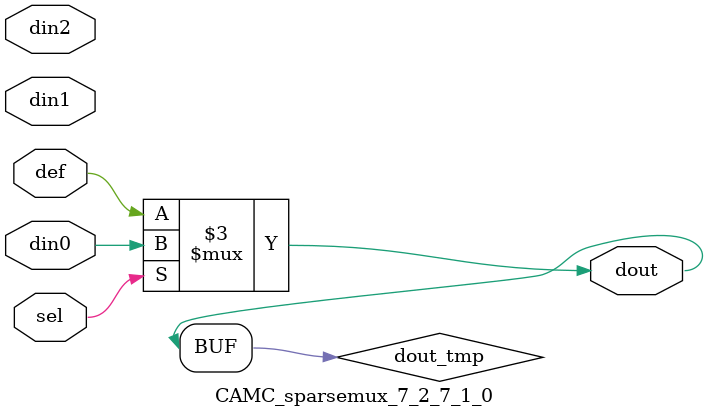
<source format=v>
`timescale 1ns / 1ps

module CAMC_sparsemux_7_2_7_1_0 (din0,din1,din2,def,sel,dout);

parameter din0_WIDTH = 1;

parameter din1_WIDTH = 1;

parameter din2_WIDTH = 1;

parameter def_WIDTH = 1;
parameter sel_WIDTH = 1;
parameter dout_WIDTH = 1;

parameter [sel_WIDTH-1:0] CASE0 = 1;

parameter [sel_WIDTH-1:0] CASE1 = 1;

parameter [sel_WIDTH-1:0] CASE2 = 1;

parameter ID = 1;
parameter NUM_STAGE = 1;



input [din0_WIDTH-1:0] din0;

input [din1_WIDTH-1:0] din1;

input [din2_WIDTH-1:0] din2;

input [def_WIDTH-1:0] def;
input [sel_WIDTH-1:0] sel;

output [dout_WIDTH-1:0] dout;



reg [dout_WIDTH-1:0] dout_tmp;


always @ (*) begin
(* parallel_case *) case (sel)
    
    CASE0 : dout_tmp = din0;
    
    CASE1 : dout_tmp = din1;
    
    CASE2 : dout_tmp = din2;
    
    default : dout_tmp = def;
endcase
end


assign dout = dout_tmp;



endmodule

</source>
